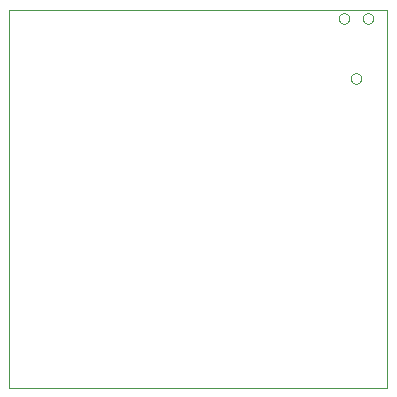
<source format=gm1>
G75*
G70*
%OFA0B0*%
%FSLAX24Y24*%
%IPPOS*%
%LPD*%
%AMOC8*
5,1,8,0,0,1.08239X$1,22.5*
%
%ADD10C,0.0000*%
D10*
X001553Y000683D02*
X001553Y013281D01*
X014151Y013281D01*
X014151Y000683D01*
X001553Y000683D01*
X012931Y010986D02*
X012933Y011012D01*
X012939Y011038D01*
X012948Y011062D01*
X012961Y011085D01*
X012978Y011105D01*
X012997Y011123D01*
X013019Y011138D01*
X013042Y011149D01*
X013067Y011157D01*
X013093Y011161D01*
X013119Y011161D01*
X013145Y011157D01*
X013170Y011149D01*
X013194Y011138D01*
X013215Y011123D01*
X013234Y011105D01*
X013251Y011085D01*
X013264Y011062D01*
X013273Y011038D01*
X013279Y011012D01*
X013281Y010986D01*
X013279Y010960D01*
X013273Y010934D01*
X013264Y010910D01*
X013251Y010887D01*
X013234Y010867D01*
X013215Y010849D01*
X013193Y010834D01*
X013170Y010823D01*
X013145Y010815D01*
X013119Y010811D01*
X013093Y010811D01*
X013067Y010815D01*
X013042Y010823D01*
X013018Y010834D01*
X012997Y010849D01*
X012978Y010867D01*
X012961Y010887D01*
X012948Y010910D01*
X012939Y010934D01*
X012933Y010960D01*
X012931Y010986D01*
X012531Y012986D02*
X012533Y013012D01*
X012539Y013038D01*
X012548Y013062D01*
X012561Y013085D01*
X012578Y013105D01*
X012597Y013123D01*
X012619Y013138D01*
X012642Y013149D01*
X012667Y013157D01*
X012693Y013161D01*
X012719Y013161D01*
X012745Y013157D01*
X012770Y013149D01*
X012794Y013138D01*
X012815Y013123D01*
X012834Y013105D01*
X012851Y013085D01*
X012864Y013062D01*
X012873Y013038D01*
X012879Y013012D01*
X012881Y012986D01*
X012879Y012960D01*
X012873Y012934D01*
X012864Y012910D01*
X012851Y012887D01*
X012834Y012867D01*
X012815Y012849D01*
X012793Y012834D01*
X012770Y012823D01*
X012745Y012815D01*
X012719Y012811D01*
X012693Y012811D01*
X012667Y012815D01*
X012642Y012823D01*
X012618Y012834D01*
X012597Y012849D01*
X012578Y012867D01*
X012561Y012887D01*
X012548Y012910D01*
X012539Y012934D01*
X012533Y012960D01*
X012531Y012986D01*
X013331Y012986D02*
X013333Y013012D01*
X013339Y013038D01*
X013348Y013062D01*
X013361Y013085D01*
X013378Y013105D01*
X013397Y013123D01*
X013419Y013138D01*
X013442Y013149D01*
X013467Y013157D01*
X013493Y013161D01*
X013519Y013161D01*
X013545Y013157D01*
X013570Y013149D01*
X013594Y013138D01*
X013615Y013123D01*
X013634Y013105D01*
X013651Y013085D01*
X013664Y013062D01*
X013673Y013038D01*
X013679Y013012D01*
X013681Y012986D01*
X013679Y012960D01*
X013673Y012934D01*
X013664Y012910D01*
X013651Y012887D01*
X013634Y012867D01*
X013615Y012849D01*
X013593Y012834D01*
X013570Y012823D01*
X013545Y012815D01*
X013519Y012811D01*
X013493Y012811D01*
X013467Y012815D01*
X013442Y012823D01*
X013418Y012834D01*
X013397Y012849D01*
X013378Y012867D01*
X013361Y012887D01*
X013348Y012910D01*
X013339Y012934D01*
X013333Y012960D01*
X013331Y012986D01*
M02*

</source>
